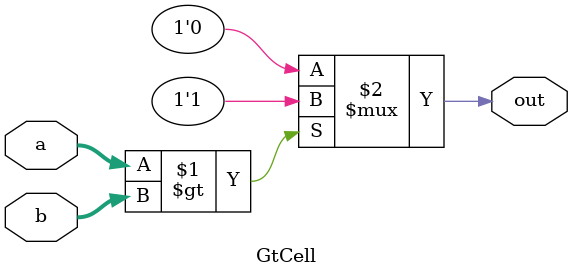
<source format=v>
module GtCell( a, b, out);

	input [3:0] a;
	input [3:0] b;
	output out;
	wire out;

	assign out = a > b ? 1'b1 : 1'b0;

	//assign out = a & b & c;
	//assign out = AND(a, b, c);
  	//and(out, a,b,c);

endmodule

</source>
